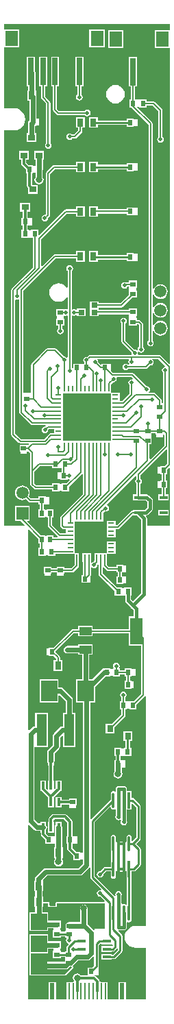
<source format=gtl>
%FSLAX25Y25*%
%MOIN*%
G70*
G01*
G75*
G04 Layer_Physical_Order=1*
G04 Layer_Color=255*
%ADD10R,0.00984X0.03150*%
%ADD11R,0.03150X0.00984*%
%ADD12R,0.17716X0.17716*%
%ADD13R,0.07874X0.07874*%
%ADD14R,0.02362X0.02756*%
%ADD15R,0.02756X0.02362*%
%ADD16R,0.03150X0.03937*%
%ADD17R,0.02559X0.02165*%
%ADD18R,0.02165X0.02559*%
%ADD19R,0.03543X0.03150*%
%ADD20R,0.03543X0.03150*%
%ADD21R,0.01575X0.03937*%
%ADD22O,0.01181X0.07874*%
%ADD23R,0.01181X0.07874*%
%ADD24R,0.03937X0.01575*%
%ADD25R,0.02362X0.07874*%
%ADD26R,0.01063X0.07874*%
%ADD27R,0.05906X0.12992*%
%ADD28R,0.05906X0.03937*%
%ADD29R,0.03150X0.02559*%
%ADD30R,0.05118X0.15748*%
%ADD31C,0.05906*%
%ADD32R,0.03150X0.03543*%
%ADD33R,0.03150X0.03543*%
%ADD34R,0.06299X0.07480*%
%ADD35R,0.02756X0.13386*%
%ADD36R,0.07874X0.10000*%
%ADD37R,0.11417X0.11417*%
%ADD38C,0.00787*%
%ADD39C,0.01575*%
%ADD40C,0.02362*%
%ADD41C,0.01000*%
%ADD42C,0.01181*%
%ADD43R,0.05906X0.05906*%
%ADD44C,0.01969*%
%ADD45C,0.03150*%
%ADD46C,0.02756*%
G36*
X24313Y-216988D02*
X27856D01*
Y-216770D01*
X28994D01*
Y-218800D01*
X28325D01*
Y-219020D01*
X27129D01*
Y-222320D01*
X28325D01*
Y-222540D01*
X31671D01*
Y-222492D01*
X32058Y-222175D01*
X32559Y-222275D01*
X32749Y-222237D01*
X32985Y-222678D01*
X31358Y-224305D01*
X29037D01*
Y-224523D01*
X27856D01*
Y-224305D01*
X24313D01*
Y-225270D01*
X16623D01*
X15807Y-224454D01*
Y-218565D01*
X18348Y-216023D01*
X24313D01*
Y-216988D01*
D02*
G37*
G36*
X74740Y-200613D02*
X74960D01*
Y-201808D01*
X78260D01*
Y-200613D01*
X78480Y-200613D01*
D01*
D01*
Y-200613D01*
X78564D01*
X78918Y-200967D01*
Y-205805D01*
X72253Y-212470D01*
X71791Y-212278D01*
Y-205384D01*
X72789D01*
Y-201841D01*
X72570D01*
Y-200659D01*
X72789D01*
Y-199953D01*
X74740D01*
Y-200613D01*
D02*
G37*
G36*
X80296Y-207919D02*
Y-214745D01*
X79021Y-216020D01*
X76897D01*
Y-216240D01*
X75702D01*
Y-219540D01*
X76897D01*
Y-219760D01*
X77559D01*
Y-222965D01*
X76895D01*
Y-223185D01*
X75700D01*
Y-226485D01*
X76895D01*
Y-226705D01*
X77559D01*
Y-229702D01*
X76003D01*
Y-232458D01*
X81121D01*
Y-229702D01*
X79566D01*
Y-226705D01*
X80242D01*
Y-222965D01*
X79566D01*
Y-219760D01*
X80243D01*
Y-217636D01*
X81212Y-216668D01*
X81674Y-216859D01*
Y-245060D01*
X70866D01*
X70499Y-244759D01*
Y-241297D01*
X70393Y-240759D01*
X70088Y-240304D01*
X69859Y-240075D01*
X69904Y-239965D01*
X70442Y-239858D01*
X70898Y-239554D01*
X73001Y-237450D01*
X73306Y-236994D01*
X73413Y-236457D01*
X73413Y-236457D01*
X73413Y-236457D01*
Y-236457D01*
Y-232711D01*
X73306Y-232173D01*
X73001Y-231717D01*
X71370Y-230086D01*
X70915Y-229782D01*
X70377Y-229675D01*
X67361D01*
Y-224531D01*
X67493Y-224443D01*
X67841Y-223921D01*
X67963Y-223307D01*
X67841Y-222693D01*
X67493Y-222172D01*
X67361Y-222084D01*
Y-220200D01*
X79834Y-207727D01*
X80296Y-207919D01*
D02*
G37*
G36*
X65354Y-220814D02*
Y-222084D01*
X65222Y-222172D01*
X64874Y-222693D01*
X64752Y-223307D01*
X64874Y-223921D01*
X65222Y-224443D01*
X65354Y-224531D01*
Y-229702D01*
X63799D01*
Y-232458D01*
X66222D01*
X66358Y-232485D01*
X69795D01*
X70603Y-233293D01*
Y-235875D01*
X69323Y-237155D01*
X66358D01*
X66222Y-237182D01*
X63799D01*
Y-237557D01*
X63448D01*
X63064Y-237633D01*
X62956Y-237705D01*
X62738Y-237851D01*
X55954Y-244635D01*
X55158D01*
Y-242588D01*
X50827D01*
Y-244753D01*
Y-246721D01*
Y-248690D01*
Y-250658D01*
X55158D01*
Y-248690D01*
Y-246721D01*
Y-246642D01*
X56369D01*
X56753Y-246566D01*
X57079Y-246348D01*
X63580Y-239847D01*
X63799Y-239938D01*
Y-239938D01*
X63799Y-239938D01*
X65749D01*
X67690Y-241879D01*
Y-277648D01*
X63682Y-281656D01*
X62647Y-280621D01*
Y-278969D01*
X63014D01*
Y-275031D01*
X59471D01*
Y-275250D01*
X58289D01*
Y-275031D01*
X55968D01*
X49075Y-268138D01*
Y-265366D01*
X49537Y-265174D01*
X50882Y-266520D01*
X51208Y-266737D01*
X51592Y-266813D01*
X55686D01*
Y-267680D01*
X56356D01*
Y-269420D01*
X55686D01*
Y-273160D01*
X59033D01*
Y-272940D01*
X60228D01*
Y-269640D01*
X59033D01*
Y-269420D01*
X58363D01*
Y-267680D01*
X59033D01*
Y-267460D01*
X60228D01*
Y-264160D01*
X59033D01*
Y-263940D01*
X55686D01*
Y-264807D01*
X52007D01*
X51043Y-263843D01*
Y-262568D01*
X51122D01*
Y-258532D01*
X55158D01*
Y-256564D01*
Y-254595D01*
Y-252430D01*
X50827D01*
Y-254595D01*
Y-256564D01*
Y-258237D01*
X45020D01*
Y-261319D01*
X44803Y-262410D01*
X44189Y-262532D01*
X43668Y-262880D01*
X43648Y-262910D01*
X43169Y-262765D01*
Y-262568D01*
X43248D01*
Y-258237D01*
X39115D01*
Y-262568D01*
X39196D01*
Y-267150D01*
X39186Y-267200D01*
Y-268940D01*
X38517D01*
Y-272680D01*
X41863D01*
Y-272460D01*
X43058D01*
Y-269270D01*
X43093Y-269218D01*
X43169Y-268834D01*
Y-265266D01*
X43648Y-265121D01*
X43668Y-265151D01*
X44189Y-265499D01*
X44803Y-265621D01*
X45418Y-265499D01*
X45939Y-265151D01*
X46287Y-264630D01*
X46409Y-264016D01*
D01*
X46606Y-263632D01*
X47068Y-263824D01*
Y-268553D01*
X47068Y-268553D01*
X47068D01*
X47144Y-268937D01*
X47362Y-269263D01*
X54746Y-276648D01*
Y-278969D01*
X58289D01*
Y-278750D01*
X59471D01*
Y-278969D01*
X59837D01*
Y-281203D01*
X59837Y-281203D01*
X59837D01*
X59944Y-281740D01*
X60249Y-282196D01*
X62171Y-284119D01*
X62199Y-284257D01*
X62547Y-284778D01*
X63068Y-285126D01*
X63206Y-285154D01*
X63937Y-285884D01*
Y-288993D01*
X61798D01*
Y-295076D01*
X44082D01*
Y-293521D01*
X36995D01*
Y-295076D01*
X34626D01*
X34242Y-295153D01*
X34134Y-295225D01*
X33917Y-295370D01*
X24891Y-304396D01*
X22767D01*
Y-304616D01*
X21572D01*
Y-307916D01*
X22767D01*
Y-308136D01*
X24891D01*
X26203Y-309448D01*
Y-310307D01*
X25041D01*
Y-315425D01*
X29372D01*
Y-310307D01*
X28210D01*
Y-309032D01*
X28133Y-308648D01*
X27916Y-308323D01*
X26113Y-306520D01*
Y-306012D01*
X35042Y-297083D01*
X36995D01*
Y-298639D01*
X44082D01*
Y-297083D01*
X61798D01*
Y-303167D01*
X67737D01*
Y-326656D01*
X64231Y-330161D01*
X61911D01*
Y-330380D01*
X60729D01*
Y-330161D01*
X59961D01*
Y-328401D01*
X60112Y-328301D01*
X60460Y-327780D01*
X60582Y-327165D01*
X60460Y-326551D01*
X60112Y-326030D01*
X59591Y-325682D01*
X58976Y-325560D01*
X58362Y-325682D01*
X57841Y-326030D01*
X57493Y-326551D01*
X57371Y-327165D01*
X57493Y-327780D01*
X57841Y-328301D01*
X57954Y-328376D01*
Y-330161D01*
X57186D01*
Y-334099D01*
X57954D01*
Y-336706D01*
X53473Y-341188D01*
X50365D01*
Y-345912D01*
X54695D01*
Y-342804D01*
X59667Y-337832D01*
X59885Y-337506D01*
X59898Y-337442D01*
X59961Y-337122D01*
Y-334099D01*
X60729D01*
Y-333880D01*
X61911D01*
Y-334099D01*
X65454D01*
Y-331778D01*
X69401Y-327831D01*
X69723Y-327964D01*
X69863Y-328058D01*
Y-439548D01*
X64961D01*
Y-439521D01*
X63573Y-439704D01*
X62280Y-440239D01*
X61170Y-441091D01*
X60318Y-442202D01*
X59782Y-443495D01*
X59600Y-444882D01*
X59782Y-446270D01*
X60318Y-447563D01*
X61170Y-448673D01*
X62280Y-449525D01*
X63573Y-450060D01*
X64961Y-450243D01*
Y-450216D01*
X69863D01*
Y-475375D01*
X60210D01*
Y-466812D01*
X56666D01*
Y-475375D01*
X51410D01*
Y-466812D01*
X48673D01*
X47556Y-466589D01*
X47464Y-466128D01*
X47203Y-465737D01*
X47203Y-465737D01*
X45496Y-464030D01*
X45105Y-463769D01*
X45105Y-463769D01*
X45105D01*
Y-463743D01*
X45110Y-463698D01*
D01*
X45110D01*
X45110Y-463480D01*
X46900D01*
Y-459980D01*
X46900Y-459980D01*
X46900D01*
X46792Y-459778D01*
X46797Y-459772D01*
X46893Y-459627D01*
X46978Y-459202D01*
X46978Y-459202D01*
X46978Y-459202D01*
Y-459202D01*
Y-448807D01*
X47633Y-448152D01*
X48363D01*
Y-448418D01*
X53481D01*
Y-448418D01*
X53613D01*
X53967Y-448771D01*
Y-449049D01*
X53613Y-449402D01*
X53481D01*
Y-449402D01*
X48363D01*
Y-452158D01*
X53481D01*
Y-451892D01*
X54023D01*
X54023Y-451892D01*
X54449Y-451807D01*
X54809Y-451566D01*
X55865Y-450511D01*
X56154Y-450704D01*
X56203Y-451201D01*
X53996Y-453408D01*
X53481D01*
Y-453142D01*
X48363D01*
Y-455898D01*
X53481D01*
Y-455632D01*
X54456D01*
X54456Y-455632D01*
X54882Y-455547D01*
X55243Y-455306D01*
X58227Y-452322D01*
X58227Y-452322D01*
X58468Y-451961D01*
X58468Y-451961D01*
X58468Y-451961D01*
X58553Y-451535D01*
X58553Y-451535D01*
Y-444488D01*
X58553Y-444488D01*
X58468Y-444063D01*
X58227Y-443702D01*
X56600Y-442075D01*
X56695Y-441602D01*
X59254D01*
X59791Y-441495D01*
X60247Y-441190D01*
X60552Y-440734D01*
X60659Y-440197D01*
Y-437742D01*
X61100Y-437506D01*
X61352Y-437675D01*
X61813Y-437766D01*
X62274Y-437675D01*
X62664Y-437414D01*
X62925Y-437023D01*
X63017Y-436562D01*
Y-429869D01*
X62925Y-429408D01*
X62925Y-429407D01*
Y-416483D01*
X62994D01*
Y-413068D01*
X63832D01*
X63832Y-413068D01*
X64257Y-412983D01*
X64618Y-412742D01*
X67164Y-410196D01*
X67405Y-409835D01*
X67490Y-409410D01*
X67490Y-409410D01*
X67490Y-409410D01*
Y-409409D01*
Y-402402D01*
X67490Y-402402D01*
X67405Y-401976D01*
X67164Y-401615D01*
X65224Y-399676D01*
X67125Y-397775D01*
X67366Y-397415D01*
X67450Y-396989D01*
X67450Y-396989D01*
X67450Y-396989D01*
Y-396989D01*
Y-381299D01*
X67450Y-381299D01*
X67366Y-380874D01*
X67125Y-380513D01*
X64241Y-377630D01*
X63881Y-377389D01*
X63455Y-377304D01*
X63455Y-377304D01*
X62994D01*
Y-373888D01*
X60659D01*
Y-372876D01*
X60552Y-372338D01*
X60247Y-371882D01*
X59791Y-371578D01*
X59254Y-371471D01*
X56695D01*
X56157Y-371578D01*
X55701Y-371882D01*
X55397Y-372338D01*
X55290Y-372876D01*
Y-373890D01*
X54849Y-374125D01*
X54596Y-373957D01*
X54136Y-373865D01*
X53675Y-373957D01*
X53284Y-374218D01*
X53023Y-374608D01*
X52931Y-375069D01*
Y-378048D01*
X43321Y-387658D01*
X42859Y-387467D01*
Y-330861D01*
X45188D01*
Y-323297D01*
X50206Y-318279D01*
X52649D01*
Y-318060D01*
X53831D01*
Y-318279D01*
X57374D01*
Y-317314D01*
X59488D01*
Y-318279D01*
X60256D01*
Y-320370D01*
X59587D01*
Y-324110D01*
X62933D01*
Y-323890D01*
X64128D01*
Y-320590D01*
X62933D01*
Y-320370D01*
X62263D01*
Y-318279D01*
X63031D01*
Y-318060D01*
X64822D01*
Y-314560D01*
X63031D01*
Y-314341D01*
X59488D01*
Y-315306D01*
X57374D01*
Y-314341D01*
X57192D01*
X56956Y-313900D01*
X57074Y-313725D01*
X57196Y-313110D01*
X57074Y-312496D01*
X56726Y-311975D01*
X56205Y-311627D01*
X55590Y-311505D01*
X54976Y-311627D01*
X54455Y-311975D01*
X54107Y-312496D01*
X53985Y-313110D01*
X54107Y-313725D01*
X54225Y-313900D01*
X53989Y-314341D01*
X53831D01*
Y-314560D01*
X52649D01*
Y-314341D01*
X49106D01*
Y-314606D01*
X48929Y-314641D01*
X48343Y-315033D01*
X43696Y-319679D01*
X42466D01*
Y-307694D01*
X44082D01*
Y-302576D01*
X36995D01*
Y-303329D01*
X31833D01*
X31142Y-303466D01*
X30556Y-303858D01*
X30534Y-303880D01*
X30142Y-304466D01*
X30005Y-305157D01*
X30142Y-305849D01*
X30534Y-306435D01*
X31120Y-306826D01*
X31811Y-306964D01*
X31923Y-306942D01*
X36995D01*
Y-307694D01*
X38854D01*
Y-319679D01*
X36132D01*
Y-330861D01*
X39246D01*
Y-403750D01*
X38100D01*
Y-403532D01*
X36062D01*
X34212Y-401681D01*
Y-399698D01*
X34780D01*
Y-399480D01*
X36570D01*
Y-395980D01*
X34780D01*
Y-395761D01*
X34212D01*
Y-388795D01*
X34212Y-388795D01*
X34120Y-388334D01*
X33859Y-387944D01*
X33859Y-387944D01*
X31442Y-385526D01*
X31051Y-385265D01*
X30591Y-385174D01*
X30591Y-385174D01*
X25001D01*
X24540Y-385265D01*
X24384Y-385370D01*
X24149Y-385526D01*
X24149Y-385526D01*
X22929Y-386747D01*
X22667Y-387138D01*
X22576Y-387599D01*
X22576Y-387599D01*
Y-388983D01*
X22402D01*
Y-394101D01*
X25158D01*
Y-388983D01*
X24984D01*
Y-388098D01*
X25500Y-387582D01*
X30092D01*
X31804Y-389294D01*
Y-395761D01*
X31236D01*
Y-399698D01*
X31804D01*
Y-402180D01*
X31804Y-402180D01*
X31895Y-402641D01*
X32156Y-403031D01*
X34556Y-405431D01*
Y-407469D01*
X38100D01*
Y-407250D01*
X39246D01*
Y-409302D01*
X37126Y-411422D01*
X21181D01*
X20490Y-411559D01*
X19904Y-411951D01*
X16506Y-415349D01*
X16115Y-415935D01*
X15977Y-416626D01*
Y-417571D01*
X15618D01*
Y-422689D01*
X16057D01*
Y-425181D01*
X15698D01*
Y-430299D01*
X16084D01*
Y-432932D01*
X13362D01*
Y-441988D01*
X22418D01*
Y-440586D01*
X24850D01*
Y-441733D01*
X24632D01*
Y-445276D01*
X28569D01*
Y-444616D01*
X30780D01*
Y-445144D01*
X31209D01*
X31445Y-445584D01*
X31194Y-445960D01*
X31071Y-446575D01*
X31194Y-447189D01*
X31542Y-447710D01*
X32063Y-448058D01*
X32067Y-448059D01*
X32213Y-448538D01*
X31646Y-449104D01*
X31405Y-449465D01*
X31321Y-449890D01*
X31321Y-449890D01*
Y-451847D01*
X30580D01*
Y-452390D01*
X28569D01*
Y-451731D01*
X28350D01*
Y-450549D01*
X28569D01*
Y-447006D01*
X26761D01*
X26598Y-446974D01*
X22418D01*
Y-443720D01*
X13362D01*
Y-452775D01*
X13374D01*
Y-454507D01*
X13362D01*
Y-462883D01*
X13337Y-462944D01*
X13362Y-463005D01*
Y-463562D01*
X13747D01*
X14104Y-463710D01*
X30591D01*
X31043Y-463523D01*
X34494Y-460071D01*
X34554Y-459926D01*
X34654Y-459805D01*
X34644Y-459709D01*
X34681Y-459619D01*
X34621Y-459474D01*
X34606Y-459318D01*
X34389Y-458913D01*
X34658Y-458734D01*
X37066Y-456326D01*
X41582D01*
X42274Y-456189D01*
X42860Y-455797D01*
X44292Y-454365D01*
X44754Y-454556D01*
Y-458741D01*
X43734Y-459761D01*
X41566D01*
Y-463678D01*
X38360D01*
X38122Y-463321D01*
X37406Y-462842D01*
X36561Y-462674D01*
X35716Y-462842D01*
X35000Y-463321D01*
X34521Y-464037D01*
X34353Y-464882D01*
X34521Y-465727D01*
X34952Y-466371D01*
X34716Y-466812D01*
X31450D01*
Y-475375D01*
X26194D01*
Y-466812D01*
X22650D01*
Y-475375D01*
X12815D01*
Y-390721D01*
X13276Y-390530D01*
X15566Y-392820D01*
X15566Y-392820D01*
X15566D01*
X15566Y-392820D01*
X15566D01*
X15566Y-392820D01*
Y-392820D01*
Y-392820D01*
D01*
D01*
X15566D01*
Y-392820D01*
X16152Y-393211D01*
X16844Y-393349D01*
X18662D01*
Y-394101D01*
X18836D01*
Y-394992D01*
X18836Y-394992D01*
X18927Y-395453D01*
X19188Y-395844D01*
X20996Y-397651D01*
Y-399689D01*
X24539D01*
Y-399470D01*
X25674D01*
Y-401371D01*
X25311D01*
Y-406489D01*
X25674D01*
Y-407192D01*
X25441Y-407541D01*
X25273Y-408386D01*
X25441Y-409231D01*
X25919Y-409947D01*
X26635Y-410426D01*
X27480Y-410594D01*
X28325Y-410426D01*
X29041Y-409947D01*
X29520Y-409231D01*
X29688Y-408386D01*
X29520Y-407541D01*
X29287Y-407192D01*
Y-406489D01*
X29642D01*
Y-401371D01*
X29287D01*
Y-391582D01*
X29149Y-390891D01*
X28898Y-390515D01*
Y-388983D01*
X26142D01*
Y-390396D01*
X25811Y-390891D01*
X25674Y-391582D01*
Y-395970D01*
X24539D01*
Y-395752D01*
X22502D01*
X21244Y-394493D01*
Y-394101D01*
X21418D01*
Y-392669D01*
X21709Y-392234D01*
X21846Y-391542D01*
X21709Y-390851D01*
X21418Y-390416D01*
Y-388983D01*
X18662D01*
Y-389736D01*
X17592D01*
X15783Y-387927D01*
Y-352688D01*
X16109D01*
Y-352688D01*
X22408D01*
Y-335758D01*
X16109D01*
Y-342417D01*
X15946D01*
X15255Y-342554D01*
X14669Y-342946D01*
X13276Y-344338D01*
X12815Y-344147D01*
Y-247034D01*
X13276Y-246842D01*
X17730Y-251296D01*
Y-253420D01*
X18394D01*
Y-255471D01*
X17626D01*
Y-259408D01*
X21170D01*
Y-259190D01*
X22351D01*
Y-259408D01*
X25894D01*
Y-258443D01*
X31142D01*
Y-258532D01*
X35178D01*
Y-262568D01*
X35257D01*
Y-263954D01*
X33705Y-265506D01*
X30290D01*
Y-264857D01*
X26550D01*
Y-265506D01*
X24030D01*
Y-264837D01*
X20290D01*
Y-268183D01*
X20510D01*
Y-269378D01*
X23810D01*
Y-268183D01*
X24030D01*
Y-267513D01*
X26550D01*
Y-268203D01*
X26770D01*
Y-269398D01*
X30070D01*
Y-268203D01*
X30290D01*
Y-267513D01*
X34120D01*
X34504Y-267437D01*
X34830Y-267219D01*
X36970Y-265079D01*
X37187Y-264754D01*
X37264Y-264370D01*
X37264Y-264370D01*
X37264Y-264370D01*
Y-264370D01*
Y-262568D01*
X37343D01*
Y-258237D01*
X35473D01*
Y-256564D01*
Y-254595D01*
Y-252627D01*
Y-250658D01*
Y-248690D01*
Y-246721D01*
Y-244753D01*
Y-242883D01*
X49154D01*
Y-238643D01*
X49858Y-237940D01*
X49858Y-237940D01*
X50472Y-238062D01*
X51087Y-237940D01*
X51608Y-237592D01*
X51956Y-237071D01*
X52078Y-236456D01*
X51956Y-235842D01*
X51608Y-235321D01*
X51087Y-234973D01*
X50960Y-234555D01*
X64892Y-220622D01*
X65354Y-220814D01*
D02*
G37*
G36*
X79430Y-167148D02*
X79330Y-167646D01*
X78716Y-167768D01*
X78195Y-168116D01*
X77847Y-168637D01*
X77725Y-169252D01*
X77847Y-169866D01*
X78195Y-170387D01*
X78367Y-170501D01*
Y-185386D01*
X77614D01*
Y-184012D01*
X77550Y-183691D01*
X77537Y-183627D01*
X77320Y-183302D01*
X74528Y-180511D01*
X74203Y-180293D01*
X73819Y-180217D01*
X71604D01*
X71459Y-179738D01*
X71490Y-179718D01*
X71838Y-179197D01*
X71960Y-178583D01*
X71838Y-177968D01*
X71490Y-177447D01*
X70969Y-177099D01*
X70354Y-176977D01*
X70199Y-177008D01*
X63977Y-170786D01*
X63652Y-170569D01*
X63268Y-170492D01*
X53967D01*
X52928Y-169454D01*
Y-166355D01*
X51733D01*
Y-166135D01*
X48386D01*
Y-166314D01*
X47925Y-166505D01*
X46772Y-165352D01*
X46802Y-165197D01*
X46680Y-164582D01*
X46332Y-164061D01*
X46400Y-163838D01*
X61502D01*
X61738Y-164279D01*
X61587Y-164504D01*
X61465Y-165118D01*
X61587Y-165733D01*
X61869Y-166154D01*
X61771Y-166337D01*
X61286Y-166458D01*
X60772Y-166115D01*
X60158Y-165993D01*
X59543Y-166115D01*
X59022Y-166463D01*
X58674Y-166984D01*
X58552Y-167598D01*
X58674Y-168213D01*
X59022Y-168734D01*
X59543Y-169082D01*
X60158Y-169204D01*
X60772Y-169082D01*
X61293Y-168734D01*
X61381Y-168602D01*
X69961D01*
X70345Y-168526D01*
X70670Y-168308D01*
X72049Y-166929D01*
X72205Y-166960D01*
X72819Y-166838D01*
X73340Y-166490D01*
X73688Y-165969D01*
X73810Y-165354D01*
X73688Y-164740D01*
X73340Y-164219D01*
X72819Y-163871D01*
X72819Y-163871D01*
X72819D01*
Y-163871D01*
X72822Y-163838D01*
X76120D01*
X79430Y-167148D01*
D02*
G37*
G36*
X8445Y-134999D02*
Y-189764D01*
X8445Y-189764D01*
X8445D01*
X8522Y-190148D01*
X8739Y-190473D01*
X13988Y-195722D01*
X14313Y-195939D01*
X14697Y-196016D01*
X21046D01*
X21237Y-196478D01*
X21237D01*
X20866Y-196662D01*
D01*
X20252Y-196784D01*
X19731Y-197132D01*
X19383Y-197653D01*
X19261Y-198268D01*
X19383Y-198882D01*
X19731Y-199403D01*
X20252Y-199751D01*
X20866Y-199873D01*
X21481Y-199751D01*
X22002Y-199403D01*
X22350Y-198882D01*
X22472Y-198268D01*
X22441Y-198112D01*
X22569Y-197984D01*
X25264D01*
Y-198061D01*
Y-199833D01*
Y-199914D01*
X23728D01*
X23344Y-199991D01*
X23018Y-200208D01*
X20450Y-202776D01*
X9235D01*
X6476Y-200017D01*
Y-135115D01*
X6863Y-134797D01*
X7441Y-134913D01*
X8055Y-134790D01*
X8445Y-134999D01*
D02*
G37*
G36*
X52823Y-182313D02*
Y-184282D01*
Y-186250D01*
Y-188219D01*
Y-190187D01*
Y-192156D01*
Y-194124D01*
Y-196093D01*
Y-198061D01*
Y-200030D01*
Y-201998D01*
Y-203671D01*
X29594D01*
Y-201998D01*
Y-200030D01*
Y-198061D01*
Y-196093D01*
Y-194124D01*
Y-192156D01*
Y-190187D01*
Y-188219D01*
Y-186250D01*
Y-184282D01*
Y-182313D01*
Y-180443D01*
X52823D01*
Y-182313D01*
D02*
G37*
G36*
X63699Y-173346D02*
X63463Y-173787D01*
X63071Y-173709D01*
X62456Y-173831D01*
X61936Y-174180D01*
X61587Y-174700D01*
X61465Y-175315D01*
X61587Y-175929D01*
X61936Y-176450D01*
X62067Y-176538D01*
Y-180707D01*
X58610Y-184164D01*
X57153D01*
Y-184085D01*
Y-182313D01*
Y-180148D01*
X53118D01*
Y-176112D01*
X53118Y-176112D01*
X53118D01*
X53102Y-176073D01*
X54018Y-175157D01*
X54173Y-175188D01*
X54788Y-175066D01*
X55309Y-174718D01*
X55657Y-174197D01*
X55779Y-173583D01*
X55657Y-172968D01*
X55638Y-172941D01*
X55874Y-172500D01*
X62852D01*
X63699Y-173346D01*
D02*
G37*
G36*
X42876Y-411371D02*
Y-415838D01*
X42876Y-415838D01*
X42961Y-416264D01*
X43202Y-416625D01*
X48212Y-421635D01*
X47976Y-422076D01*
X47677Y-422016D01*
X47063Y-422139D01*
X46542Y-422487D01*
X46194Y-423008D01*
X46071Y-423622D01*
X46194Y-424236D01*
X46542Y-424757D01*
X47063Y-425105D01*
X47677Y-425228D01*
X47705Y-425222D01*
X49885Y-427403D01*
X49694Y-427865D01*
X26722D01*
X26270Y-428052D01*
X26083Y-428504D01*
Y-429660D01*
X23030D01*
Y-428504D01*
X22843Y-428052D01*
X22391Y-427865D01*
X20029D01*
Y-425181D01*
X19670D01*
Y-422689D01*
X19949D01*
Y-417571D01*
X19949D01*
X19949Y-417015D01*
X21929Y-415035D01*
X37874D01*
X38565Y-414897D01*
X39151Y-414506D01*
X42329Y-411328D01*
X42398Y-411225D01*
X42876Y-411371D01*
D02*
G37*
G36*
X65227Y-381760D02*
Y-396529D01*
X63479Y-398276D01*
X63017Y-398085D01*
Y-396329D01*
X62925Y-395868D01*
X62664Y-395478D01*
X62274Y-395217D01*
X61813Y-395125D01*
X61352Y-395217D01*
X60961Y-395478D01*
X60700Y-395868D01*
X60609Y-396329D01*
Y-398716D01*
X60130Y-398861D01*
X60105Y-398824D01*
X59715Y-398563D01*
X59254Y-398471D01*
X56695D01*
X56234Y-398563D01*
X55843Y-398824D01*
X55818Y-398861D01*
X55340Y-398716D01*
Y-396329D01*
X55248Y-395868D01*
X54987Y-395478D01*
X54596Y-395217D01*
X54136Y-395125D01*
X53675Y-395217D01*
X53284Y-395478D01*
X53023Y-395868D01*
X52931Y-396329D01*
Y-403022D01*
X53023Y-403483D01*
X53024Y-403484D01*
Y-408148D01*
X53023Y-408148D01*
X52931Y-408609D01*
Y-410844D01*
X50131D01*
X50131Y-410844D01*
X49705Y-410928D01*
X49345Y-411170D01*
X49345Y-411170D01*
X47705Y-412809D01*
X47677Y-412804D01*
X47063Y-412926D01*
X46542Y-413274D01*
X46194Y-413795D01*
X46071Y-414409D01*
X46194Y-415024D01*
X46542Y-415545D01*
X47063Y-415893D01*
X47677Y-416015D01*
X48292Y-415893D01*
X48812Y-415545D01*
X49161Y-415024D01*
X49283Y-414409D01*
X49277Y-414382D01*
X50591Y-413068D01*
X52931D01*
Y-415302D01*
X53023Y-415763D01*
X53284Y-416154D01*
X53675Y-416415D01*
X54136Y-416506D01*
X54596Y-416415D01*
X54987Y-416154D01*
X55248Y-415763D01*
X55340Y-415302D01*
Y-412915D01*
X55818Y-412770D01*
X55843Y-412807D01*
X56234Y-413068D01*
X56695Y-413160D01*
X59254D01*
X59715Y-413068D01*
X60105Y-412807D01*
X60153Y-412736D01*
X60632Y-412881D01*
Y-416483D01*
X60701D01*
Y-429048D01*
X60222Y-429193D01*
X60105Y-429018D01*
X59715Y-428757D01*
X59254Y-428665D01*
X58793Y-428757D01*
X58540Y-428925D01*
X58100Y-428689D01*
Y-424844D01*
X58137Y-424788D01*
X58259Y-424173D01*
X58137Y-423559D01*
X57789Y-423038D01*
X57268Y-422690D01*
X56653Y-422568D01*
X56039Y-422690D01*
X55518Y-423038D01*
X55170Y-423559D01*
X55048Y-424173D01*
X55166Y-424767D01*
X54793Y-424967D01*
X54689D01*
X45100Y-415378D01*
Y-389024D01*
X52462Y-381662D01*
X52940Y-381807D01*
X53023Y-382223D01*
X53284Y-382614D01*
X53675Y-382875D01*
X54136Y-382966D01*
X54596Y-382875D01*
X54847Y-382707D01*
X55288Y-382943D01*
Y-385843D01*
X55209Y-385960D01*
X55087Y-386575D01*
X55209Y-387189D01*
X55558Y-387710D01*
X56078Y-388058D01*
X56693Y-388180D01*
X57307Y-388058D01*
X57408Y-387991D01*
X57849Y-388227D01*
D01*
X57770Y-388439D01*
Y-388439D01*
X57648Y-389053D01*
X57770Y-389668D01*
X58118Y-390189D01*
X58639Y-390537D01*
X59254Y-390659D01*
X59868Y-390537D01*
X60389Y-390189D01*
X60737Y-389668D01*
X60859Y-389053D01*
X60737Y-388439D01*
X60659Y-388321D01*
Y-382943D01*
X62994D01*
Y-380181D01*
X63456Y-379990D01*
X65227Y-381760D01*
D02*
G37*
G36*
X81674Y-3789D02*
X74327D01*
Y-12451D01*
X81674D01*
Y-165900D01*
X81212Y-166092D01*
X77245Y-162125D01*
X76920Y-161907D01*
X76535Y-161831D01*
X66228D01*
X65992Y-161390D01*
X66011Y-161363D01*
X66133Y-160748D01*
X66106Y-160613D01*
X66522Y-160335D01*
X66945Y-160617D01*
X67559Y-160740D01*
X68173Y-160617D01*
X68694Y-160269D01*
X69042Y-159748D01*
X69165Y-159134D01*
X69042Y-158519D01*
X68694Y-157999D01*
X68563Y-157910D01*
Y-146811D01*
X68486Y-146427D01*
X68414Y-146319D01*
X68269Y-146101D01*
X67250Y-145083D01*
X66924Y-144865D01*
X66540Y-144789D01*
X65518D01*
Y-144021D01*
X65300D01*
Y-142840D01*
X65518D01*
Y-139296D01*
X61581D01*
Y-140064D01*
X47025D01*
Y-139604D01*
Y-138737D01*
X58029D01*
X58413Y-138661D01*
X58738Y-138443D01*
X63198Y-133984D01*
X65518D01*
Y-130441D01*
X65300D01*
Y-129259D01*
X65518D01*
Y-125716D01*
X61581D01*
Y-126484D01*
X60128D01*
X60036Y-126503D01*
X59595Y-126415D01*
X58981Y-126537D01*
X58460Y-126885D01*
X58112Y-127406D01*
X57990Y-128021D01*
X58112Y-128635D01*
X58460Y-129156D01*
X58981Y-129504D01*
X59595Y-129626D01*
X60210Y-129504D01*
X60731Y-129156D01*
X61079Y-128635D01*
X61084Y-128610D01*
X61581Y-128658D01*
Y-129259D01*
X61800D01*
Y-130441D01*
X61581D01*
Y-132762D01*
X57613Y-136730D01*
X47025D01*
Y-135863D01*
X42694D01*
Y-139604D01*
Y-142950D01*
X47025D01*
Y-142071D01*
X61581D01*
Y-142840D01*
X61800D01*
Y-144021D01*
X61581D01*
Y-147564D01*
X65518D01*
Y-146796D01*
X66125D01*
X66556Y-147227D01*
Y-157910D01*
X66424Y-157999D01*
X66076Y-158519D01*
X65953Y-159134D01*
X65980Y-159269D01*
X65565Y-159547D01*
X65142Y-159265D01*
X64528Y-159142D01*
X64372Y-159173D01*
X60098Y-154899D01*
Y-146617D01*
X60230Y-146529D01*
X60578Y-146008D01*
X60700Y-145394D01*
X60578Y-144779D01*
X60230Y-144258D01*
X59709Y-143910D01*
X59095Y-143788D01*
X58480Y-143910D01*
X57959Y-144258D01*
X57611Y-144779D01*
X57489Y-145394D01*
X57611Y-146008D01*
X57959Y-146529D01*
X58091Y-146617D01*
Y-155315D01*
X58091Y-155315D01*
X58091D01*
X58167Y-155699D01*
X58385Y-156025D01*
X62953Y-160592D01*
X62922Y-160748D01*
X63044Y-161363D01*
X63063Y-161390D01*
X62827Y-161831D01*
X42559D01*
X42175Y-161907D01*
X41849Y-162125D01*
X41158Y-162817D01*
X41002Y-162786D01*
X40388Y-162908D01*
X39867Y-163256D01*
X39519Y-163777D01*
X39397Y-164392D01*
X39519Y-165006D01*
X39867Y-165527D01*
X39981Y-165603D01*
X39836Y-166082D01*
X39230D01*
Y-166300D01*
X38050D01*
Y-166082D01*
X34506D01*
Y-168047D01*
X34358Y-168146D01*
X33917Y-167911D01*
Y-142829D01*
X34358Y-142593D01*
X34464Y-142665D01*
X35079Y-142787D01*
X35693Y-142665D01*
X35954Y-142490D01*
X36395Y-142726D01*
Y-142950D01*
X40725D01*
Y-139210D01*
X36395D01*
Y-139636D01*
X35954Y-139872D01*
X35693Y-139698D01*
X35079Y-139576D01*
X34464Y-139698D01*
X34358Y-139769D01*
X33917Y-139533D01*
Y-121066D01*
X34049Y-120978D01*
X34397Y-120457D01*
X34519Y-119843D01*
X34397Y-119228D01*
X34049Y-118707D01*
X33528Y-118359D01*
X32913Y-118237D01*
X32299Y-118359D01*
X31778Y-118707D01*
X31430Y-119228D01*
X31308Y-119843D01*
X31430Y-120457D01*
X31778Y-120978D01*
X31910Y-121066D01*
Y-128951D01*
X31436Y-129112D01*
X30788Y-128267D01*
X29842Y-127541D01*
X28741Y-127085D01*
X27559Y-126929D01*
X26377Y-127085D01*
X25276Y-127541D01*
X24330Y-128267D01*
X23604Y-129213D01*
X23148Y-130314D01*
X22992Y-131496D01*
X23148Y-132678D01*
X23604Y-133779D01*
X24330Y-134725D01*
X25276Y-135451D01*
X26377Y-135907D01*
X27559Y-136063D01*
X28741Y-135907D01*
X29842Y-135451D01*
X30788Y-134725D01*
X31436Y-133880D01*
X31910Y-134041D01*
Y-139373D01*
X31523Y-139690D01*
X30945Y-139575D01*
X30606Y-139643D01*
X30318Y-139416D01*
Y-139416D01*
X26381D01*
Y-142959D01*
X26600D01*
Y-144141D01*
X26381D01*
Y-147684D01*
X27343D01*
Y-148973D01*
X27211Y-149062D01*
X26863Y-149582D01*
X26741Y-150197D01*
X26863Y-150811D01*
X27211Y-151332D01*
X27732Y-151680D01*
X28346Y-151803D01*
X28961Y-151680D01*
X29482Y-151332D01*
X29830Y-150811D01*
X29952Y-150197D01*
X29830Y-149582D01*
X29482Y-149062D01*
X29350Y-148973D01*
Y-147684D01*
X30318D01*
Y-144141D01*
X30100D01*
Y-143012D01*
X30165Y-142959D01*
X30318D01*
Y-142959D01*
X30487Y-142695D01*
D01*
X30945Y-142787D01*
X31523Y-142671D01*
X31910Y-142989D01*
Y-162892D01*
X31469Y-163128D01*
X31001Y-162815D01*
X30386Y-162693D01*
X30231Y-162724D01*
X26482Y-158975D01*
X26157Y-158758D01*
X25773Y-158681D01*
X21929D01*
X21609Y-158745D01*
X21545Y-158758D01*
X21219Y-158975D01*
X14441Y-165754D01*
X14223Y-166080D01*
X14146Y-166464D01*
X14146Y-166464D01*
X14146D01*
X14146Y-166464D01*
X14146D01*
Y-180392D01*
X13660D01*
Y-180392D01*
X10452D01*
Y-130612D01*
X26158Y-114906D01*
X35971D01*
Y-116462D01*
X40302D01*
Y-111344D01*
X35971D01*
Y-112899D01*
X25743D01*
X25359Y-112976D01*
X25033Y-113193D01*
X19525Y-118701D01*
X19063Y-118510D01*
Y-105545D01*
X31532Y-93076D01*
X35971D01*
Y-94632D01*
X40302D01*
Y-89514D01*
X35971D01*
Y-91069D01*
X31116D01*
X30732Y-91146D01*
X30624Y-91218D01*
X30406Y-91363D01*
X18128Y-103642D01*
X17666Y-103451D01*
Y-101031D01*
X14123D01*
Y-101250D01*
X12942D01*
Y-101031D01*
X12374D01*
Y-99019D01*
X12942D01*
Y-98800D01*
X14732D01*
Y-95300D01*
X12942D01*
Y-95082D01*
X12374D01*
Y-92077D01*
X13532D01*
Y-87746D01*
X8808D01*
Y-92077D01*
X9966D01*
Y-95082D01*
X9398D01*
Y-99019D01*
X9966D01*
Y-101031D01*
X9398D01*
Y-104969D01*
X12942D01*
Y-104750D01*
X14123D01*
Y-104969D01*
X14891D01*
Y-119438D01*
X4763Y-129566D01*
X4545Y-129892D01*
X4469Y-130276D01*
X4469Y-130276D01*
X4469D01*
X4469Y-130276D01*
X4469D01*
Y-200433D01*
X4469Y-200433D01*
X4469D01*
X4545Y-200817D01*
X4763Y-201143D01*
X8109Y-204489D01*
X8435Y-204707D01*
X8819Y-204783D01*
X12959D01*
X13150Y-205245D01*
X12785Y-205611D01*
X12340Y-205427D01*
Y-205427D01*
X12340Y-205427D01*
X8600D01*
Y-208773D01*
X8820D01*
Y-209968D01*
X12120D01*
Y-208773D01*
X12340Y-208773D01*
D01*
D01*
Y-208773D01*
X12785Y-208589D01*
X13800Y-209604D01*
Y-218150D01*
X13800Y-218150D01*
X13800D01*
Y-224870D01*
X13800Y-224870D01*
X13800D01*
X13876Y-225254D01*
X14094Y-225579D01*
X15497Y-226983D01*
X15823Y-227201D01*
X15887Y-227213D01*
X16207Y-227277D01*
X24313D01*
Y-228242D01*
X27856D01*
Y-228024D01*
X29037D01*
Y-228242D01*
X32581D01*
Y-225921D01*
X38763Y-219738D01*
X39226Y-219929D01*
Y-229533D01*
X28542Y-240216D01*
X28325Y-240541D01*
X28248Y-240925D01*
X28248Y-240925D01*
X28248D01*
X28248Y-240925D01*
X28248D01*
Y-244764D01*
X28248Y-244764D01*
X28248D01*
X28325Y-245148D01*
X28542Y-245473D01*
X29417Y-246348D01*
X29743Y-246566D01*
X30127Y-246642D01*
X31142D01*
Y-246721D01*
Y-248572D01*
X28456D01*
X24344Y-244460D01*
Y-240760D01*
X25014D01*
Y-237020D01*
X21667D01*
Y-237240D01*
X21077D01*
Y-237020D01*
X20407D01*
Y-234629D01*
X21159D01*
Y-234410D01*
X22950D01*
Y-230910D01*
X21159D01*
Y-230692D01*
X17616D01*
Y-231657D01*
X14026D01*
X12948Y-230578D01*
X13272Y-229795D01*
X13394Y-228870D01*
X13272Y-227945D01*
X12915Y-227083D01*
X12347Y-226343D01*
X11607Y-225775D01*
X10745Y-225418D01*
X9820Y-225296D01*
X8895Y-225418D01*
X8033Y-225775D01*
X7293Y-226343D01*
X6725Y-227083D01*
X6368Y-227945D01*
X6246Y-228870D01*
X6368Y-229795D01*
X6725Y-230657D01*
X7293Y-231397D01*
X8033Y-231965D01*
X8895Y-232322D01*
X9820Y-232444D01*
X10745Y-232322D01*
X11528Y-231998D01*
X12900Y-233370D01*
X13226Y-233587D01*
X13610Y-233664D01*
X17616D01*
Y-234629D01*
X18400D01*
Y-237020D01*
X17730D01*
Y-240760D01*
X21077D01*
Y-240540D01*
X21667D01*
Y-240760D01*
X22337D01*
Y-244876D01*
X22337Y-244876D01*
X22337D01*
X22413Y-245260D01*
X22631Y-245585D01*
X27130Y-250084D01*
X26939Y-250547D01*
X25014D01*
Y-249680D01*
X21667D01*
Y-249900D01*
X21077D01*
Y-249680D01*
X18952D01*
X12148Y-242875D01*
X12339Y-242413D01*
X13363D01*
Y-235327D01*
X6277D01*
Y-242413D01*
X8935D01*
X9110Y-242676D01*
X11032Y-244598D01*
X10840Y-245060D01*
X1003D01*
Y-52578D01*
X5906D01*
Y-52605D01*
X7293Y-52422D01*
X8586Y-51887D01*
X9696Y-51035D01*
X10548Y-49924D01*
X11084Y-48632D01*
X11266Y-47244D01*
X11084Y-45857D01*
X10548Y-44564D01*
X9696Y-43453D01*
X8586Y-42601D01*
X7293Y-42066D01*
X5906Y-41883D01*
Y-41910D01*
X1003D01*
Y-12380D01*
X8427D01*
Y-3718D01*
X1003D01*
Y-1003D01*
X81674D01*
Y-3789D01*
D02*
G37*
G36*
X24850Y-451731D02*
X24632D01*
Y-455274D01*
X28569D01*
Y-454614D01*
X30580D01*
Y-455193D01*
X30800D01*
Y-456388D01*
X30800Y-456388D01*
X30800D01*
X30848Y-456504D01*
X30378Y-456974D01*
X17890D01*
X17199Y-457111D01*
X16613Y-457503D01*
X16221Y-458089D01*
X16084Y-458780D01*
X16221Y-459471D01*
X16613Y-460057D01*
X17199Y-460449D01*
X17890Y-460586D01*
X31127D01*
X31818Y-460449D01*
X32404Y-460057D01*
X33198Y-459263D01*
X33381D01*
X33806Y-459178D01*
X34042Y-459619D01*
X30591Y-463071D01*
X14104D01*
X13976Y-462944D01*
X14014Y-462907D01*
Y-452775D01*
X22418D01*
Y-450586D01*
X24850D01*
Y-451731D01*
D02*
G37*
G36*
X50000Y-441024D02*
X44961D01*
Y-441398D01*
X44499Y-441590D01*
X41609Y-438701D01*
Y-431063D01*
X41472Y-430372D01*
X41080Y-429786D01*
X40494Y-429394D01*
X39803Y-429257D01*
X39112Y-429394D01*
X38526Y-429786D01*
X38134Y-430372D01*
X37997Y-431063D01*
Y-437727D01*
X32650D01*
X31959Y-437864D01*
X31373Y-438256D01*
X30981Y-438842D01*
X30844Y-439533D01*
X30981Y-440225D01*
X31104Y-440408D01*
X31000Y-440602D01*
X31000D01*
X31000Y-440602D01*
Y-441797D01*
X30780D01*
Y-442392D01*
X28569D01*
Y-441733D01*
X28350D01*
Y-440552D01*
X28569D01*
Y-437008D01*
X26774D01*
X26600Y-436974D01*
X22418D01*
Y-432932D01*
X19696D01*
Y-430299D01*
X20029D01*
Y-428504D01*
X22391D01*
Y-430299D01*
X26722D01*
Y-428504D01*
X50000D01*
Y-441024D01*
D02*
G37*
%LPC*%
G36*
X81121Y-237182D02*
X76003D01*
Y-239938D01*
X81121D01*
Y-237182D01*
D02*
G37*
G36*
X27471Y-319679D02*
X18416D01*
Y-330861D01*
X27471D01*
Y-327687D01*
X27933Y-327495D01*
X30838Y-330400D01*
Y-335758D01*
X29495D01*
Y-342417D01*
X29341D01*
X28650Y-342554D01*
X28064Y-342946D01*
X25179Y-345830D01*
X24788Y-346416D01*
X24650Y-347107D01*
Y-351497D01*
X22503Y-353644D01*
X22111Y-354230D01*
X21974Y-354922D01*
Y-359158D01*
X22111Y-359849D01*
X22402Y-360284D01*
Y-361717D01*
X22576D01*
Y-368803D01*
X22402D01*
Y-372920D01*
X21940Y-373111D01*
X21418Y-372589D01*
Y-368803D01*
X18662D01*
Y-373921D01*
X19344D01*
X22402Y-376979D01*
Y-381897D01*
X25158D01*
Y-376979D01*
X28216Y-373921D01*
X28898D01*
Y-368803D01*
X26142D01*
Y-372589D01*
X25620Y-373111D01*
X25158Y-372920D01*
Y-368803D01*
X24984D01*
Y-361717D01*
X25158D01*
Y-360284D01*
X25449Y-359849D01*
X25586Y-359158D01*
Y-355670D01*
X27734Y-353522D01*
X28126Y-352936D01*
X28263Y-352245D01*
X28263Y-352245D01*
X28263Y-352245D01*
Y-352245D01*
Y-347856D01*
X29033Y-347086D01*
X29495Y-347277D01*
Y-352688D01*
X35794D01*
Y-335758D01*
X34451D01*
Y-329652D01*
X34313Y-328961D01*
X33922Y-328375D01*
X29539Y-323993D01*
X28953Y-323601D01*
X28262Y-323464D01*
X27471D01*
Y-319679D01*
D02*
G37*
G36*
X28898Y-376779D02*
X26142D01*
Y-381897D01*
X28898D01*
Y-380542D01*
X32570D01*
Y-381016D01*
X32790D01*
Y-382212D01*
X32840Y-382162D01*
X36090D01*
Y-381016D01*
X36310D01*
Y-377670D01*
X32570D01*
Y-378133D01*
X28898D01*
Y-376779D01*
D02*
G37*
G36*
X63357Y-344928D02*
X59026D01*
Y-349652D01*
X59990D01*
Y-353051D01*
X59331D01*
Y-353270D01*
X58149D01*
Y-353051D01*
X54606D01*
Y-356989D01*
X55174D01*
Y-358741D01*
X54696D01*
Y-360231D01*
X54611Y-360660D01*
Y-364436D01*
X54378Y-364785D01*
X54210Y-365630D01*
X54378Y-366475D01*
X54856Y-367191D01*
X55572Y-367670D01*
X56417Y-367838D01*
X57262Y-367670D01*
X57978Y-367191D01*
X58457Y-366475D01*
X58625Y-365630D01*
X58457Y-364785D01*
X58224Y-364436D01*
Y-362679D01*
X58239D01*
Y-362460D01*
X60030D01*
Y-358960D01*
X58239D01*
Y-358741D01*
X57582D01*
Y-356989D01*
X58149D01*
Y-356770D01*
X59331D01*
Y-356989D01*
X62874D01*
Y-353051D01*
X62214D01*
Y-349652D01*
X63357D01*
Y-344928D01*
D02*
G37*
G36*
X27758Y-16744D02*
X23821D01*
Y-31310D01*
X24786D01*
Y-42718D01*
X24786Y-42718D01*
X24786D01*
X24862Y-43102D01*
X25080Y-43428D01*
X26535Y-44883D01*
X26860Y-45100D01*
X27244Y-45177D01*
X40154D01*
X40243Y-45309D01*
X40764Y-45657D01*
X41378Y-45779D01*
X41992Y-45657D01*
X42513Y-45309D01*
X42861Y-44788D01*
X42984Y-44173D01*
X42861Y-43559D01*
X42513Y-43038D01*
X41992Y-42690D01*
X41378Y-42568D01*
X40764Y-42690D01*
X40243Y-43038D01*
X40154Y-43170D01*
X27660D01*
X26793Y-42303D01*
Y-31310D01*
X27758D01*
Y-16744D01*
D02*
G37*
G36*
X46601Y-46274D02*
X42271D01*
Y-51392D01*
X46601D01*
Y-50002D01*
X60576D01*
Y-50858D01*
X64119D01*
Y-50640D01*
X65910D01*
Y-47140D01*
X64119D01*
Y-46922D01*
X60576D01*
Y-47778D01*
X46601D01*
Y-46274D01*
D02*
G37*
G36*
X40302D02*
X35971D01*
Y-51392D01*
X37133D01*
Y-52589D01*
X35017Y-54705D01*
X34137D01*
X34049Y-54573D01*
X33528Y-54225D01*
X32913Y-54103D01*
X32299Y-54225D01*
X31778Y-54573D01*
X31430Y-55094D01*
X31308Y-55709D01*
X31430Y-56323D01*
X31778Y-56844D01*
X32299Y-57192D01*
X32913Y-57314D01*
X33528Y-57192D01*
X34049Y-56844D01*
X34137Y-56712D01*
X35433D01*
X35817Y-56636D01*
X36143Y-56418D01*
X38846Y-53715D01*
X39064Y-53389D01*
X39140Y-53005D01*
X39140Y-53005D01*
X39140Y-53005D01*
Y-53005D01*
Y-51392D01*
X40302D01*
Y-46274D01*
D02*
G37*
G36*
X55118Y-30473D02*
X53936Y-30628D01*
X52835Y-31085D01*
X51889Y-31810D01*
X51163Y-32756D01*
X50707Y-33858D01*
X50551Y-35039D01*
X50707Y-36221D01*
X51163Y-37323D01*
X51889Y-38269D01*
X52835Y-38994D01*
X53936Y-39450D01*
X55118Y-39606D01*
X56300Y-39450D01*
X57402Y-38994D01*
X58347Y-38269D01*
X59073Y-37323D01*
X59529Y-36221D01*
X59685Y-35039D01*
X59529Y-33858D01*
X59073Y-32756D01*
X58347Y-31810D01*
X57402Y-31085D01*
X56300Y-30628D01*
X55118Y-30473D01*
D02*
G37*
G36*
X49923Y-3718D02*
X42443D01*
Y-12380D01*
X49923D01*
Y-3718D01*
D02*
G37*
G36*
X59012Y-3789D02*
X51531D01*
Y-12451D01*
X59012D01*
Y-3789D01*
D02*
G37*
G36*
X39569Y-16744D02*
X35632D01*
Y-31310D01*
X36597D01*
Y-35271D01*
X36465Y-35359D01*
X36117Y-35880D01*
X35995Y-36494D01*
X36117Y-37109D01*
X36465Y-37630D01*
X36986Y-37978D01*
X37600Y-38100D01*
X38215Y-37978D01*
X38736Y-37630D01*
X39084Y-37109D01*
X39206Y-36494D01*
X39084Y-35880D01*
X38736Y-35359D01*
X38604Y-35271D01*
Y-31310D01*
X39569D01*
Y-16744D01*
D02*
G37*
G36*
X15947D02*
X12010D01*
Y-31310D01*
X12550D01*
Y-33071D01*
X12191D01*
Y-38189D01*
X13203D01*
Y-47812D01*
X13033Y-47982D01*
X12641Y-48568D01*
X12504Y-49260D01*
Y-53985D01*
X11948D01*
Y-58315D01*
X16672D01*
Y-53985D01*
X16116D01*
Y-50430D01*
X16683D01*
Y-50210D01*
X17878D01*
Y-46910D01*
X16816D01*
Y-36283D01*
X16679Y-35592D01*
X16522Y-35357D01*
Y-33071D01*
X16163D01*
Y-24405D01*
X16025Y-23714D01*
X15947Y-23596D01*
Y-16744D01*
D02*
G37*
G36*
X40292Y-67864D02*
X35961D01*
Y-69419D01*
X25443D01*
X25059Y-69496D01*
X24734Y-69713D01*
X21653Y-72794D01*
X21435Y-73120D01*
X21359Y-73504D01*
Y-93325D01*
X20955Y-93728D01*
X20800Y-93697D01*
X20185Y-93819D01*
X19664Y-94167D01*
X19316Y-94688D01*
X19194Y-95303D01*
X19316Y-95917D01*
X19664Y-96438D01*
X20185Y-96786D01*
X20800Y-96908D01*
X21414Y-96786D01*
X21935Y-96438D01*
X22283Y-95917D01*
X22405Y-95303D01*
X22374Y-95147D01*
X23072Y-94450D01*
X23289Y-94124D01*
X23302Y-94060D01*
X23366Y-93740D01*
Y-73920D01*
X25859Y-71426D01*
X35961D01*
Y-72982D01*
X40292D01*
Y-67864D01*
D02*
G37*
G36*
X46601Y-89514D02*
X42271D01*
Y-94632D01*
X46601D01*
Y-93073D01*
X60576D01*
Y-94038D01*
X64119D01*
Y-93820D01*
X65910D01*
Y-90320D01*
X64119D01*
Y-90101D01*
X60576D01*
Y-91066D01*
X46601D01*
Y-89514D01*
D02*
G37*
G36*
Y-111344D02*
X42271D01*
Y-116462D01*
X46601D01*
Y-115452D01*
X60576D01*
Y-116308D01*
X64119D01*
Y-116090D01*
X65910D01*
Y-112590D01*
X64119D01*
Y-112372D01*
X60576D01*
Y-113228D01*
X46601D01*
Y-111344D01*
D02*
G37*
G36*
X46591Y-67864D02*
X42261D01*
Y-72982D01*
X46591D01*
Y-71572D01*
X60576D01*
Y-72429D01*
X64119D01*
Y-72210D01*
X65910D01*
Y-68710D01*
X64119D01*
Y-68492D01*
X60576D01*
Y-69348D01*
X46591D01*
Y-67864D01*
D02*
G37*
G36*
X65705Y-16815D02*
X61768D01*
Y-31381D01*
X62764D01*
Y-37481D01*
X61996D01*
Y-41418D01*
X62935D01*
X63058Y-41603D01*
X71201Y-49746D01*
Y-154879D01*
X71069Y-154967D01*
X70721Y-155488D01*
X70599Y-156102D01*
X70721Y-156717D01*
X71069Y-157238D01*
X71590Y-157586D01*
X72205Y-157708D01*
X72819Y-157586D01*
X73340Y-157238D01*
X73688Y-156717D01*
X73810Y-156102D01*
X73688Y-155488D01*
X73340Y-154967D01*
X73208Y-154879D01*
Y-150144D01*
X73699Y-150047D01*
X73935Y-150617D01*
X74503Y-151357D01*
X75243Y-151925D01*
X76105Y-152282D01*
X77030Y-152404D01*
X77955Y-152282D01*
X78817Y-151925D01*
X79557Y-151357D01*
X80125Y-150617D01*
X80482Y-149755D01*
X80604Y-148830D01*
X80482Y-147905D01*
X80125Y-147043D01*
X79557Y-146303D01*
X78817Y-145735D01*
X77955Y-145378D01*
X77030Y-145256D01*
X76105Y-145378D01*
X75243Y-145735D01*
X74503Y-146303D01*
X73935Y-147043D01*
X73699Y-147614D01*
X73208Y-147516D01*
Y-141434D01*
X73699Y-141337D01*
X73935Y-141907D01*
X74503Y-142647D01*
X75243Y-143215D01*
X76105Y-143572D01*
X77030Y-143694D01*
X77955Y-143572D01*
X78817Y-143215D01*
X79557Y-142647D01*
X80125Y-141907D01*
X80482Y-141045D01*
X80604Y-140120D01*
X80482Y-139195D01*
X80125Y-138333D01*
X79557Y-137593D01*
X78817Y-137025D01*
X77955Y-136668D01*
X77030Y-136546D01*
X76105Y-136668D01*
X75243Y-137025D01*
X74503Y-137593D01*
X73935Y-138333D01*
X73699Y-138903D01*
X73208Y-138806D01*
Y-132384D01*
X73699Y-132287D01*
X73935Y-132857D01*
X74503Y-133597D01*
X75243Y-134165D01*
X76105Y-134522D01*
X77030Y-134644D01*
X77955Y-134522D01*
X78817Y-134165D01*
X79557Y-133597D01*
X80125Y-132857D01*
X80482Y-131995D01*
X80604Y-131070D01*
X80482Y-130145D01*
X80125Y-129283D01*
X79557Y-128543D01*
X78817Y-127975D01*
X77955Y-127618D01*
X77030Y-127496D01*
X76105Y-127618D01*
X75243Y-127975D01*
X74503Y-128543D01*
X73935Y-129283D01*
X73699Y-129853D01*
X73208Y-129756D01*
Y-49331D01*
X73132Y-48947D01*
X72914Y-48621D01*
X65539Y-41246D01*
Y-41200D01*
X66721D01*
Y-41418D01*
X70264D01*
Y-40453D01*
X73291D01*
X76026Y-43189D01*
Y-55806D01*
X75895Y-55895D01*
X75547Y-56415D01*
X75424Y-57030D01*
X75547Y-57644D01*
X75895Y-58165D01*
X76415Y-58513D01*
X77030Y-58636D01*
X77644Y-58513D01*
X78165Y-58165D01*
X78513Y-57644D01*
X78636Y-57030D01*
X78513Y-56415D01*
X78165Y-55895D01*
X78034Y-55806D01*
Y-42773D01*
X77957Y-42389D01*
X77740Y-42064D01*
X74417Y-38740D01*
X74091Y-38523D01*
X73707Y-38447D01*
X70264D01*
Y-37481D01*
X66721D01*
Y-37700D01*
X65539D01*
Y-37481D01*
X64771D01*
Y-31381D01*
X65705D01*
Y-16815D01*
D02*
G37*
G36*
X21852Y-16744D02*
X17915D01*
Y-31310D01*
X18880D01*
Y-36537D01*
X18880Y-36537D01*
X18880D01*
X18957Y-36921D01*
X19174Y-37247D01*
X21477Y-39549D01*
Y-58776D01*
X21345Y-58865D01*
X20997Y-59386D01*
X20875Y-60000D01*
X20997Y-60615D01*
X21345Y-61135D01*
X21866Y-61483D01*
X22480Y-61606D01*
X23095Y-61483D01*
X23616Y-61135D01*
X23964Y-60615D01*
X24086Y-60000D01*
X23964Y-59386D01*
X23616Y-58865D01*
X23484Y-58776D01*
Y-39134D01*
X23407Y-38750D01*
X23190Y-38424D01*
X20887Y-36122D01*
Y-31310D01*
X21852D01*
Y-16744D01*
D02*
G37*
G36*
X20412Y-62646D02*
X15688D01*
Y-66977D01*
X16236D01*
Y-69900D01*
X15089D01*
Y-69682D01*
X13052D01*
X11774Y-68403D01*
Y-66977D01*
X12932D01*
Y-62646D01*
X8208D01*
Y-66977D01*
X9366D01*
Y-68902D01*
X9366Y-68902D01*
X9457Y-69363D01*
X9718Y-69754D01*
X11546Y-71581D01*
Y-73619D01*
X12114D01*
Y-79658D01*
X12113Y-79658D01*
X12205Y-80119D01*
X12466Y-80509D01*
X12548Y-80591D01*
Y-83415D01*
X17272D01*
Y-79085D01*
X14522D01*
Y-73619D01*
X15089D01*
Y-73400D01*
X16186D01*
Y-75420D01*
X15952Y-75769D01*
X15784Y-76614D01*
X15952Y-77459D01*
X16431Y-78175D01*
X17147Y-78654D01*
X17992Y-78822D01*
X18837Y-78654D01*
X19553Y-78175D01*
X20032Y-77459D01*
X20200Y-76614D01*
X20032Y-75769D01*
X19798Y-75420D01*
Y-73619D01*
X19814D01*
Y-71825D01*
X19849Y-71650D01*
Y-66977D01*
X20412D01*
Y-62646D01*
D02*
G37*
%LPD*%
D10*
X36287Y-178278D02*
D03*
X52035D02*
D03*
X50067D02*
D03*
X48098D02*
D03*
X46130D02*
D03*
X44161D02*
D03*
X42193D02*
D03*
X40224D02*
D03*
X38256D02*
D03*
X34319D02*
D03*
X32350D02*
D03*
X30382D02*
D03*
Y-205837D02*
D03*
X32350D02*
D03*
X34319D02*
D03*
X36287D02*
D03*
X38256D02*
D03*
X40224D02*
D03*
X42193D02*
D03*
X44161D02*
D03*
X46130D02*
D03*
X48098D02*
D03*
X50067D02*
D03*
X52035D02*
D03*
X50040Y-240718D02*
D03*
X48071D02*
D03*
X46103D02*
D03*
X44134D02*
D03*
X42166D02*
D03*
X40197D02*
D03*
X38229D02*
D03*
X36260D02*
D03*
Y-260402D02*
D03*
X38229D02*
D03*
X40197D02*
D03*
X42166D02*
D03*
X44134D02*
D03*
X46103D02*
D03*
X48071D02*
D03*
X50040D02*
D03*
D11*
X27429Y-181230D02*
D03*
Y-183199D02*
D03*
Y-185168D02*
D03*
Y-187136D02*
D03*
Y-189104D02*
D03*
Y-191073D02*
D03*
Y-193042D02*
D03*
Y-195010D02*
D03*
Y-196978D02*
D03*
Y-198947D02*
D03*
Y-200916D02*
D03*
Y-202884D02*
D03*
X54988D02*
D03*
Y-200916D02*
D03*
Y-198947D02*
D03*
Y-196978D02*
D03*
Y-195010D02*
D03*
Y-193042D02*
D03*
Y-191073D02*
D03*
Y-189104D02*
D03*
Y-187136D02*
D03*
Y-185168D02*
D03*
Y-183199D02*
D03*
Y-181230D02*
D03*
X33307Y-243670D02*
D03*
Y-245639D02*
D03*
Y-247607D02*
D03*
Y-249576D02*
D03*
Y-251544D02*
D03*
Y-253513D02*
D03*
Y-255481D02*
D03*
Y-257450D02*
D03*
X52992D02*
D03*
Y-255481D02*
D03*
Y-253513D02*
D03*
Y-251544D02*
D03*
Y-249576D02*
D03*
Y-247607D02*
D03*
Y-245639D02*
D03*
Y-243670D02*
D03*
D12*
X41209Y-192057D02*
D03*
D13*
X17890Y-459035D02*
D03*
Y-448247D02*
D03*
Y-437460D02*
D03*
D14*
X30809Y-215020D02*
D03*
X26085D02*
D03*
X61260Y-316310D02*
D03*
X65984D02*
D03*
X50878D02*
D03*
X55602D02*
D03*
X63768Y-39450D02*
D03*
X68492D02*
D03*
X30809Y-226273D02*
D03*
X26085D02*
D03*
X62348Y-48890D02*
D03*
X67072D02*
D03*
X62348Y-70460D02*
D03*
X67072D02*
D03*
X62348Y-92070D02*
D03*
X67072D02*
D03*
X62348Y-114340D02*
D03*
X67072D02*
D03*
X48062Y-461730D02*
D03*
X43338D02*
D03*
X56468Y-360710D02*
D03*
X61192D02*
D03*
X22768Y-397720D02*
D03*
X27492D02*
D03*
X56378Y-355020D02*
D03*
X61102D02*
D03*
X33008Y-397730D02*
D03*
X37732D02*
D03*
X41052Y-405500D02*
D03*
X36328D02*
D03*
X58958Y-332130D02*
D03*
X63682D02*
D03*
X15894Y-103000D02*
D03*
X11170D02*
D03*
X13318Y-71650D02*
D03*
X18042D02*
D03*
X15894Y-97050D02*
D03*
X11170D02*
D03*
X36278Y-168050D02*
D03*
X41002D02*
D03*
X24112Y-232660D02*
D03*
X19388D02*
D03*
X24122Y-257440D02*
D03*
X19398D02*
D03*
X56518Y-277000D02*
D03*
X61242D02*
D03*
D15*
X28350Y-145912D02*
D03*
Y-141188D02*
D03*
X63550Y-145792D02*
D03*
Y-141068D02*
D03*
Y-127488D02*
D03*
Y-132212D02*
D03*
X26600Y-453502D02*
D03*
Y-448778D02*
D03*
Y-443504D02*
D03*
Y-438780D02*
D03*
X76610Y-191882D02*
D03*
Y-187158D02*
D03*
X70820Y-198888D02*
D03*
Y-203612D02*
D03*
X65280Y-198878D02*
D03*
Y-203602D02*
D03*
D16*
X24556Y-427740D02*
D03*
X17864D02*
D03*
X20513Y-312866D02*
D03*
X27206D02*
D03*
X27477Y-403930D02*
D03*
X20784D02*
D03*
X38137Y-113903D02*
D03*
X44436D02*
D03*
X38137Y-92073D02*
D03*
X44436D02*
D03*
X38127Y-70423D02*
D03*
X44426D02*
D03*
X38137Y-48833D02*
D03*
X44436D02*
D03*
X24476Y-420130D02*
D03*
X17784D02*
D03*
X7664Y-35630D02*
D03*
X14356D02*
D03*
D17*
X34440Y-379343D02*
D03*
Y-383280D02*
D03*
X32650Y-439533D02*
D03*
Y-443470D02*
D03*
X32450Y-457457D02*
D03*
Y-453520D02*
D03*
X12010Y-183260D02*
D03*
Y-179323D02*
D03*
X10470Y-207100D02*
D03*
Y-211037D02*
D03*
X76610Y-198940D02*
D03*
Y-202877D02*
D03*
X22160Y-266510D02*
D03*
Y-270447D02*
D03*
X28420Y-266530D02*
D03*
Y-270467D02*
D03*
D18*
X26061Y-220670D02*
D03*
X29998D02*
D03*
X65197Y-322240D02*
D03*
X61260D02*
D03*
X20503Y-306266D02*
D03*
X24440D02*
D03*
X18947Y-48560D02*
D03*
X15010D02*
D03*
X78570Y-217890D02*
D03*
X74633D02*
D03*
X78569Y-224835D02*
D03*
X74632D02*
D03*
X50060Y-168005D02*
D03*
X53997D02*
D03*
X40190Y-270810D02*
D03*
X44127D02*
D03*
X23340Y-238890D02*
D03*
X19403D02*
D03*
X23340Y-251550D02*
D03*
X19403D02*
D03*
X57360Y-271290D02*
D03*
X61297D02*
D03*
X57360Y-265810D02*
D03*
X61297D02*
D03*
D19*
X14310Y-56150D02*
D03*
X10570Y-64811D02*
D03*
X14910Y-81250D02*
D03*
X11170Y-89911D02*
D03*
D20*
X18050Y-64811D02*
D03*
X18650Y-89911D02*
D03*
D21*
X27520Y-359158D02*
D03*
X20040D02*
D03*
X23780D02*
D03*
Y-371362D02*
D03*
X20040D02*
D03*
X27520D02*
D03*
X20040Y-391542D02*
D03*
X27520D02*
D03*
X23780D02*
D03*
Y-379338D02*
D03*
X27520D02*
D03*
X20040D02*
D03*
D22*
X54136Y-399676D02*
D03*
X56695D02*
D03*
X59254D02*
D03*
X61813D02*
D03*
X54136Y-378416D02*
D03*
X56695D02*
D03*
X59254D02*
D03*
X54136Y-433216D02*
D03*
X56695D02*
D03*
X59254D02*
D03*
X61813D02*
D03*
X54136Y-411956D02*
D03*
X56695D02*
D03*
X59254D02*
D03*
D23*
X61813Y-378416D02*
D03*
Y-411956D02*
D03*
D24*
X50922Y-454520D02*
D03*
Y-447040D02*
D03*
Y-450780D02*
D03*
X38718D02*
D03*
Y-447040D02*
D03*
Y-454520D02*
D03*
X78562Y-231080D02*
D03*
Y-238560D02*
D03*
X66358Y-234820D02*
D03*
Y-238560D02*
D03*
Y-231080D02*
D03*
D25*
X58438Y-471340D02*
D03*
X24422D02*
D03*
D26*
X52257D02*
D03*
X50288D02*
D03*
X48320D02*
D03*
X46351D02*
D03*
X44383D02*
D03*
X40446D02*
D03*
X38477D02*
D03*
X36509D02*
D03*
X34540D02*
D03*
X32572D02*
D03*
X30603D02*
D03*
X42414D02*
D03*
D27*
X65342Y-296080D02*
D03*
D28*
X40538Y-305135D02*
D03*
Y-296080D02*
D03*
Y-287025D02*
D03*
D29*
X44859Y-137733D02*
D03*
X38560D02*
D03*
X44859Y-141080D02*
D03*
X38560D02*
D03*
D30*
X19259Y-344223D02*
D03*
X32644D02*
D03*
D31*
X77030Y-140120D02*
D03*
Y-122290D02*
D03*
Y-131070D02*
D03*
Y-148830D02*
D03*
X9820Y-228870D02*
D03*
D32*
X52530Y-343550D02*
D03*
X61191Y-347290D02*
D03*
D33*
Y-339810D02*
D03*
D34*
X78067Y-8120D02*
D03*
X55272D02*
D03*
X46183Y-8049D02*
D03*
X4687D02*
D03*
D35*
X69642Y-24098D02*
D03*
X63736D02*
D03*
X13978Y-24027D02*
D03*
X19884D02*
D03*
X25789D02*
D03*
X31695D02*
D03*
X37600D02*
D03*
D36*
X40660Y-325270D02*
D03*
X22943D02*
D03*
D37*
X43150Y-250560D02*
D03*
D38*
X27434Y-181233D02*
Y-177803D01*
X59026Y-185168D02*
X63071Y-181122D01*
X54988Y-185168D02*
X59026D01*
X58947Y-191073D02*
X58976Y-191102D01*
X54988Y-191073D02*
X58947D01*
X69241Y-203612D02*
X70820D01*
X67066Y-201437D02*
X69241Y-203612D01*
X58956Y-201437D02*
X67066D01*
X58435Y-200916D02*
X58956Y-201437D01*
X54988Y-200916D02*
X58435D01*
X54988Y-202884D02*
X64562D01*
X65280Y-203602D01*
X23710Y-202884D02*
X27429D01*
X30386Y-178280D02*
Y-164299D01*
X12010Y-183260D02*
X15150D01*
X19028Y-187138D01*
X27434D01*
X7313Y-133179D02*
Y-130384D01*
Y-133179D02*
X7441Y-133307D01*
X11378Y-186693D02*
X11457Y-186614D01*
X11378Y-188779D02*
Y-186693D01*
Y-188779D02*
X15642Y-193044D01*
X27434D01*
X25743Y-113903D02*
X38137D01*
X9449Y-130197D02*
X25743Y-113903D01*
X9449Y-189764D02*
Y-130197D01*
Y-189764D02*
X14697Y-195012D01*
X27434D01*
X7313Y-130384D02*
X18060Y-119637D01*
Y-105129D01*
X31116Y-92073D01*
X38137D01*
X20800Y-191075D02*
X27434D01*
X14842Y-189094D02*
X14855Y-189107D01*
X27434D01*
X59095Y-155315D02*
Y-145394D01*
Y-155315D02*
X64528Y-160748D01*
X76535Y-162835D02*
X81299Y-167598D01*
X41002Y-164392D02*
X42559Y-162835D01*
X60224Y-195012D02*
X65315Y-189921D01*
X54993Y-195012D02*
X60224D01*
X63550Y-145792D02*
X66540D01*
X67559Y-146811D01*
Y-159134D02*
Y-146811D01*
X45197Y-165197D02*
X48005Y-168005D01*
X50060D01*
X54993Y-198949D02*
X76600D01*
X70820Y-198888D02*
Y-195204D01*
X63268Y-171496D02*
X70354Y-178583D01*
X53551Y-171496D02*
X63268D01*
X50060Y-168005D02*
X53551Y-171496D01*
X49922Y-236456D02*
X50472D01*
X48071Y-238307D02*
X49922Y-236456D01*
X48071Y-240718D02*
Y-238307D01*
X65342Y-296080D02*
X68740Y-299479D01*
Y-327072D02*
Y-299479D01*
X63682Y-332130D02*
X68740Y-327072D01*
X40538Y-296080D02*
X65342D01*
X29998Y-220670D02*
Y-215831D01*
X29999Y-220669D02*
X32559D01*
X44803Y-264016D02*
X46103Y-262716D01*
Y-260402D01*
X52992Y-245639D02*
X56369D01*
X63448Y-238560D01*
X66358D01*
X76600Y-198949D02*
X78831D01*
X79921Y-200039D01*
Y-206221D02*
Y-200039D01*
X66358Y-219784D02*
X79921Y-206221D01*
X66358Y-231080D02*
Y-219784D01*
X50072Y-210386D02*
Y-205839D01*
X46102Y-178248D02*
Y-170984D01*
X46134Y-170952D01*
X46102Y-178248D02*
X46134Y-178280D01*
X48071Y-174134D02*
X48103Y-174166D01*
Y-178280D02*
Y-174166D01*
X26085Y-215020D02*
X26858D01*
X29220Y-212658D01*
X33130D01*
X34323Y-211464D01*
Y-205839D01*
X17933Y-215020D02*
X26085D01*
X16207Y-226273D02*
X26085D01*
X30825Y-215003D02*
X33744D01*
X29998Y-215831D02*
X30825Y-215003D01*
X36292Y-212455D02*
Y-205839D01*
X33744Y-215003D02*
X36292Y-212455D01*
X38260Y-218822D02*
Y-205839D01*
X30809Y-226273D02*
X38260Y-218822D01*
X30127Y-245639D02*
X33307D01*
X29252Y-244764D02*
X30127Y-245639D01*
X29252Y-244764D02*
Y-240925D01*
X40229Y-229948D01*
Y-205839D01*
X33307Y-243670D02*
Y-238819D01*
X42197Y-229928D01*
Y-205839D01*
X36260Y-240718D02*
Y-237913D01*
X44166Y-230008D01*
Y-205839D01*
X38229Y-240718D02*
Y-237894D01*
X46134Y-229988D01*
Y-205839D01*
X40197Y-240718D02*
Y-237874D01*
X48103Y-229968D01*
Y-205839D01*
X42166Y-240718D02*
Y-237854D01*
X52040Y-227980D01*
Y-205839D01*
X44134Y-240718D02*
Y-237834D01*
X65280Y-216688D01*
Y-203602D01*
X70787Y-213308D02*
Y-203645D01*
X46103Y-237993D02*
X70787Y-213308D01*
X46103Y-240718D02*
Y-237993D01*
X44166Y-178280D02*
Y-169835D01*
X42381Y-168050D02*
X44166Y-169835D01*
X41002Y-168050D02*
X42381D01*
X50060Y-178268D02*
Y-168005D01*
X36278Y-178266D02*
Y-168050D01*
X41002D02*
Y-164392D01*
X81299Y-215161D02*
Y-167598D01*
X78570Y-217890D02*
X81299Y-215161D01*
X78562Y-231080D02*
Y-217898D01*
X76610Y-198940D02*
Y-191882D01*
X76600Y-198949D02*
X76610Y-198940D01*
X54993Y-200918D02*
X55118Y-201043D01*
X22160Y-266510D02*
X34120D01*
X36260Y-264370D02*
Y-260402D01*
X34120Y-266510D02*
X36260Y-264370D01*
X50040Y-264258D02*
Y-260402D01*
Y-264258D02*
X51592Y-265810D01*
X57360D01*
Y-271290D02*
Y-265810D01*
X48071Y-268553D02*
Y-260402D01*
Y-268553D02*
X56518Y-277000D01*
X42166Y-268834D02*
Y-260402D01*
X40200Y-267190D02*
Y-260405D01*
X24122Y-257440D02*
X33298D01*
X23340Y-251550D02*
X33302D01*
X28040Y-249576D02*
X33307D01*
X23340Y-244876D02*
Y-238890D01*
Y-244876D02*
X28040Y-249576D01*
X9820Y-228870D02*
X13610Y-232660D01*
X19388D01*
X19403Y-232676D01*
Y-238890D02*
Y-232676D01*
X9820Y-241967D02*
Y-238870D01*
Y-241967D02*
X19403Y-251550D01*
X19398Y-251555D02*
X19403Y-251550D01*
X19398Y-257440D02*
Y-251555D01*
X34626Y-296080D02*
X40538D01*
X24440Y-306266D02*
X34626Y-296080D01*
X24440Y-306266D02*
X27206Y-309032D01*
Y-312866D02*
Y-309032D01*
X44859Y-141080D02*
X44871Y-141068D01*
X63550D01*
X44859Y-137733D02*
X58029D01*
X63550Y-132212D01*
X63736Y-24098D02*
X63768Y-24129D01*
Y-39450D02*
Y-24129D01*
X19884Y-36537D02*
Y-24027D01*
Y-36537D02*
X22480Y-39134D01*
Y-60000D02*
Y-39134D01*
X38137Y-53005D02*
Y-48833D01*
X35433Y-55709D02*
X38137Y-53005D01*
X32913Y-55709D02*
X35433D01*
X38127Y-70423D02*
X38819Y-71115D01*
X44439Y-92070D02*
X62348D01*
X38137Y-113903D02*
X38234D01*
X15894Y-119854D02*
Y-103000D01*
X5472Y-130276D02*
X15894Y-119854D01*
X60128Y-127488D02*
X63550D01*
Y-145792D02*
X63622Y-145864D01*
X52530Y-343550D02*
X58958Y-337122D01*
Y-332130D01*
Y-327184D01*
X61260Y-322240D02*
Y-316310D01*
X55602D02*
X61260D01*
X40190Y-270810D02*
Y-267200D01*
Y-270810D02*
X42166Y-268834D01*
X32355Y-208905D02*
Y-205839D01*
X30551Y-210709D02*
X32355Y-208905D01*
X55590Y-313110D02*
X55602Y-313122D01*
Y-316310D02*
Y-313122D01*
X10470Y-207100D02*
X12715D01*
X22362Y-210709D02*
X30551D01*
X20866Y-198268D02*
X22153Y-196981D01*
X27434D01*
X54993Y-187138D02*
X59004D01*
X64921Y-181220D01*
X73819D01*
X76610Y-184012D01*
Y-187158D02*
Y-184012D01*
X54993Y-196981D02*
X62704D01*
X67677Y-192008D01*
Y-186890D01*
X24619Y-183201D02*
X27434D01*
X23898Y-182480D02*
X24619Y-183201D01*
X23898Y-182480D02*
Y-172598D01*
X15150Y-166464D02*
X21929Y-159685D01*
X25773D01*
X30386Y-164299D01*
X28346Y-150197D02*
Y-145916D01*
X22087Y-182977D02*
Y-169685D01*
X23228Y-168543D01*
X20800Y-95303D02*
X22362Y-93740D01*
Y-73504D01*
X25443Y-70423D01*
X38127D01*
X27434Y-177803D02*
X27441Y-177795D01*
X23898Y-172598D02*
X27087Y-169409D01*
Y-167205D01*
X24279Y-185170D02*
X27434D01*
X22087Y-182977D02*
X24279Y-185170D01*
X56371Y-210386D02*
X62512D01*
X62520Y-210394D01*
X52040Y-178280D02*
Y-175716D01*
X54173Y-173583D01*
X60158Y-167598D02*
X69961D01*
X72205Y-165354D01*
Y-156102D02*
Y-49331D01*
X63768Y-40894D02*
X72205Y-49331D01*
X63768Y-40894D02*
Y-39450D01*
X38260Y-178280D02*
X38443Y-178097D01*
X23728Y-200918D02*
X27434D01*
X20866Y-203780D02*
X23728Y-200918D01*
X8819Y-203780D02*
X20866D01*
X5472Y-200433D02*
Y-130276D01*
Y-200433D02*
X8819Y-203780D01*
X38260Y-178280D02*
Y-173511D01*
X39961Y-171811D01*
X30386Y-208275D02*
Y-205839D01*
X29606Y-209055D02*
X30386Y-208275D01*
X27520Y-209055D02*
X29606D01*
X27205Y-208740D02*
X27520Y-209055D01*
X27205Y-208740D02*
Y-206614D01*
X32913Y-169488D02*
Y-119843D01*
X37600Y-36494D02*
Y-24027D01*
X54993Y-189107D02*
X60814D01*
X66496Y-183425D01*
X72992D01*
X27244Y-44173D02*
X41378D01*
X25789Y-42718D02*
X27244Y-44173D01*
X25789Y-42718D02*
Y-24027D01*
X76610Y-191882D02*
X79370Y-189122D01*
Y-169291D01*
X79331Y-169252D02*
X79370Y-169291D01*
X77030Y-57030D02*
Y-42773D01*
X73707Y-39450D02*
X77030Y-42773D01*
X68492Y-39450D02*
X73707D01*
X63071Y-181122D02*
Y-175315D01*
Y-165118D02*
Y-162874D01*
X42559Y-162835D02*
X76535D01*
X21437Y-205157D02*
X23708Y-202886D01*
X14657Y-205157D02*
X21437D01*
X12715Y-207100D02*
X14657Y-205157D01*
X28350Y-141188D02*
X30938D01*
X30945Y-141181D01*
X35079Y-141181D02*
X38459D01*
X14803Y-224870D02*
X16207Y-226273D01*
X14803Y-224870D02*
Y-218150D01*
X17933Y-215020D01*
X12715Y-207100D02*
X14803Y-209188D01*
Y-218150D02*
Y-209188D01*
X15150Y-183260D02*
Y-166464D01*
D39*
X63682Y-283643D02*
X65342Y-285302D01*
Y-296080D02*
Y-285302D01*
X61242Y-281203D02*
Y-277000D01*
Y-281203D02*
X63682Y-283643D01*
X72008Y-236457D02*
Y-232711D01*
X66358Y-238560D02*
X69904D01*
X72008Y-236457D01*
X70377Y-231080D02*
X72008Y-232711D01*
X66358Y-231080D02*
X70377D01*
X66358Y-238560D02*
X69095Y-241297D01*
Y-278231D02*
Y-241297D01*
X63682Y-283643D02*
X69095Y-278231D01*
X59254Y-440197D02*
Y-433216D01*
X56695Y-440197D02*
X59254D01*
X56695D02*
Y-433216D01*
X59254Y-438187D02*
Y-433216D01*
X56695Y-378416D02*
Y-372876D01*
X59254D01*
Y-378416D02*
Y-372876D01*
Y-389053D02*
Y-378416D01*
X56693Y-386575D02*
Y-378417D01*
X56695Y-433216D02*
Y-424214D01*
D40*
X31811Y-305157D02*
X31833Y-305135D01*
X40538D01*
X40660Y-325270D02*
Y-305257D01*
X13978Y-24027D02*
X14356Y-24405D01*
Y-35630D02*
Y-24405D01*
Y-35630D02*
X15010Y-36283D01*
Y-48560D02*
Y-36283D01*
X14310Y-49260D02*
X15010Y-48560D01*
X14310Y-56150D02*
Y-49260D01*
X39803Y-439685D02*
Y-431063D01*
X39888Y-439533D02*
X43307Y-442953D01*
X32650Y-439533D02*
X39888D01*
X27480Y-408386D02*
Y-391582D01*
X17864Y-427740D02*
Y-420210D01*
X17890Y-438780D02*
Y-427767D01*
X43307Y-452795D02*
Y-442953D01*
X41582Y-454520D02*
X43307Y-452795D01*
X38718Y-454520D02*
X41582D01*
X36317D02*
X38718D01*
X33381Y-457457D02*
X36317Y-454520D01*
X32450Y-457457D02*
X33381D01*
X31127Y-458780D02*
X32450Y-457457D01*
X17890Y-458780D02*
X31127D01*
X17890Y-448780D02*
X26598D01*
X17890Y-438780D02*
X26600D01*
X17784Y-420130D02*
Y-416626D01*
X21181Y-413228D01*
X37874D01*
X41052Y-410050D01*
Y-405500D01*
X16844Y-391542D02*
X20040D01*
X13976Y-388675D02*
X16844Y-391542D01*
X15946Y-344223D02*
X19259D01*
X13976Y-346193D02*
X15946Y-344223D01*
X13976Y-388675D02*
Y-346193D01*
X23780Y-359158D02*
Y-354922D01*
X26457Y-352245D01*
X29341Y-344223D02*
X32644D01*
X26457Y-347107D02*
X29341Y-344223D01*
X26457Y-352245D02*
Y-347107D01*
X22943Y-325270D02*
X28262D01*
X32644Y-329652D01*
Y-344223D02*
Y-329652D01*
X41052Y-405500D02*
Y-325662D01*
X40660Y-325270D02*
X41052Y-325662D01*
X56417Y-365630D02*
Y-360660D01*
X18042Y-71650D02*
Y-64819D01*
X17992Y-76614D02*
Y-71700D01*
X49620Y-316310D02*
X50878D01*
X40660Y-325270D02*
X49620Y-316310D01*
D41*
X44463Y-70460D02*
X62348D01*
X44493Y-48890D02*
X62348D01*
X44873Y-114340D02*
X62348D01*
X50131Y-411956D02*
X54136D01*
X47677Y-414409D02*
X50131Y-411956D01*
X47677Y-423622D02*
X52323Y-428268D01*
Y-443780D02*
Y-428268D01*
X43988Y-388563D02*
X54136Y-378416D01*
X43988Y-415838D02*
Y-388563D01*
Y-415838D02*
X54136Y-425986D01*
Y-433216D02*
Y-425986D01*
X52323Y-443780D02*
X55079Y-446535D01*
Y-449724D02*
Y-446535D01*
X54023Y-450780D02*
X55079Y-449724D01*
X57441Y-451535D02*
Y-444488D01*
X54136Y-441183D02*
X57441Y-444488D01*
X54136Y-441183D02*
Y-433216D01*
X54456Y-454520D02*
X57441Y-451535D01*
X61813Y-378416D02*
X63455D01*
X66339Y-381299D01*
Y-396989D02*
Y-381299D01*
X63652Y-399676D02*
X66339Y-396989D01*
X63652Y-399676D02*
X66378Y-402402D01*
X63832Y-411956D02*
X66378Y-409410D01*
Y-402402D01*
X61813Y-411956D02*
X63832D01*
X61813Y-399676D02*
X63652D01*
X32616Y-446514D02*
Y-443504D01*
Y-446514D02*
X32677Y-446575D01*
X34811Y-450780D02*
X38718D01*
X50922Y-454520D02*
X54456D01*
X54136Y-411956D02*
Y-399676D01*
X50922Y-450780D02*
X54023D01*
X61813Y-433216D02*
Y-411956D01*
X45866Y-459202D02*
Y-448347D01*
X47173Y-447040D01*
X50922D01*
X43338Y-461730D02*
X45866Y-459202D01*
X32432Y-453502D02*
Y-449890D01*
X35283Y-447040D01*
X38718D01*
X26600Y-453502D02*
X32432D01*
X26600Y-443504D02*
X32616D01*
X61102Y-355020D02*
Y-347379D01*
D42*
X59254Y-405865D02*
Y-399676D01*
Y-411956D02*
Y-405865D01*
X56695Y-411956D02*
Y-399676D01*
X59254D01*
X56695Y-411956D02*
X59254D01*
X46351Y-471340D02*
Y-466589D01*
X44644Y-464882D02*
X46351Y-466589D01*
X36509Y-471340D02*
Y-471288D01*
X36561D02*
Y-464882D01*
X44644D01*
X27520Y-379338D02*
X34434D01*
X20040Y-394992D02*
X22768Y-397720D01*
X20040Y-394992D02*
Y-391542D01*
X23780Y-379338D02*
Y-376654D01*
X27520Y-372914D01*
Y-371362D01*
X20040Y-372914D02*
X23780Y-376654D01*
X20040Y-372914D02*
Y-371362D01*
X23780D02*
Y-359158D01*
X33008Y-402180D02*
X36328Y-405500D01*
X30591Y-386378D02*
X33008Y-388795D01*
Y-402180D02*
Y-388795D01*
X23780Y-391542D02*
Y-387599D01*
X25001Y-386378D01*
X30591D01*
X56378Y-360620D02*
Y-355020D01*
X11170Y-103000D02*
Y-89911D01*
X10570Y-68902D02*
X13318Y-71650D01*
X10570Y-68902D02*
Y-64811D01*
X13318Y-79658D02*
Y-71650D01*
Y-79658D02*
X14910Y-81250D01*
D43*
X9820Y-238870D02*
D03*
D44*
X46772Y-194016D02*
D03*
X39134Y-190669D02*
D03*
Y-194016D02*
D03*
X43622D02*
D03*
Y-190669D02*
D03*
X35748Y-194016D02*
D03*
X35787Y-190669D02*
D03*
X46772D02*
D03*
X43622Y-196929D02*
D03*
X39134D02*
D03*
X43622Y-187205D02*
D03*
X39134Y-187244D02*
D03*
X58976Y-191102D02*
D03*
X30386Y-164299D02*
D03*
X7441Y-133307D02*
D03*
X11457Y-186614D02*
D03*
X20800Y-191075D02*
D03*
X14842Y-189094D02*
D03*
X59095Y-145394D02*
D03*
X64528Y-160748D02*
D03*
X65315Y-189921D02*
D03*
X67559Y-159134D02*
D03*
X45197Y-165197D02*
D03*
X70820Y-195204D02*
D03*
X70354Y-178583D02*
D03*
X50472Y-236456D02*
D03*
X32559Y-220669D02*
D03*
X44803Y-264016D02*
D03*
X33189Y-212598D02*
D03*
X50072Y-210386D02*
D03*
X77030Y-140120D02*
D03*
X46134Y-170952D02*
D03*
X77030Y-148830D02*
D03*
X48071Y-174134D02*
D03*
X63682Y-283643D02*
D03*
X31811Y-305157D02*
D03*
X22480Y-60000D02*
D03*
X32913Y-55709D02*
D03*
X59595Y-128021D02*
D03*
X47677Y-414409D02*
D03*
Y-423622D02*
D03*
X49213Y-144803D02*
D03*
X30394Y-35512D02*
D03*
X43780Y-424882D02*
D03*
Y-420039D02*
D03*
X38819Y-424764D02*
D03*
Y-420079D02*
D03*
X32795Y-409449D02*
D03*
X15512Y-410000D02*
D03*
X14528Y-396260D02*
D03*
X36575Y-388583D02*
D03*
X35197Y-371024D02*
D03*
X35315Y-357441D02*
D03*
X47638Y-360591D02*
D03*
Y-354803D02*
D03*
X66850Y-461299D02*
D03*
X58701Y-457126D02*
D03*
X66850D02*
D03*
X62638Y-457087D02*
D03*
X67559Y-338976D02*
D03*
X40905Y-124764D02*
D03*
X75945Y-157874D02*
D03*
X12362Y-163150D02*
D03*
X10748Y-113504D02*
D03*
X54016Y-104646D02*
D03*
X61535Y-87087D02*
D03*
X53189Y-60984D02*
D03*
X46024Y-35984D02*
D03*
X74016Y-43780D02*
D03*
X2913Y-40472D02*
D03*
X3268Y-25197D02*
D03*
X2441Y-15827D02*
D03*
X32677Y-446575D02*
D03*
X34811Y-450780D02*
D03*
X59254Y-389053D02*
D03*
X56693Y-386575D02*
D03*
X56653Y-424173D02*
D03*
X58976Y-327165D02*
D03*
X74449Y-171102D02*
D03*
X55590Y-313110D02*
D03*
X22362Y-210709D02*
D03*
X20866Y-198268D02*
D03*
X67677Y-186890D02*
D03*
X28346Y-150197D02*
D03*
X23228Y-168543D02*
D03*
X20800Y-95303D02*
D03*
X27441Y-177795D02*
D03*
X41002Y-164392D02*
D03*
X27087Y-167205D02*
D03*
X56371Y-210386D02*
D03*
X62520Y-210394D02*
D03*
X66358Y-223307D02*
D03*
X54173Y-173583D02*
D03*
X60158Y-167598D02*
D03*
X72205Y-165354D02*
D03*
Y-156102D02*
D03*
X39961Y-171811D02*
D03*
X27205Y-206614D02*
D03*
X32913Y-169488D02*
D03*
Y-119843D02*
D03*
X37600Y-36494D02*
D03*
X72992Y-183425D02*
D03*
X41378Y-44173D02*
D03*
X79331Y-169252D02*
D03*
X77030Y-131070D02*
D03*
Y-57030D02*
D03*
X63071Y-175315D02*
D03*
Y-165118D02*
D03*
X30945Y-141181D02*
D03*
X35079Y-141181D02*
D03*
X57323Y-165512D02*
D03*
X58465Y-175945D02*
D03*
X12598Y-199331D02*
D03*
X3110Y-210394D02*
D03*
X28858Y-233701D02*
D03*
X22559Y-218701D02*
D03*
X64764Y-247165D02*
D03*
Y-253425D02*
D03*
Y-259764D02*
D03*
X24724Y-277205D02*
D03*
X34449D02*
D03*
X24724Y-285906D02*
D03*
X34449D02*
D03*
X49449Y-277205D02*
D03*
Y-285906D02*
D03*
X75118Y-207087D02*
D03*
X78031Y-213228D02*
D03*
D45*
X39567Y-430945D02*
D03*
X38937Y-461417D02*
D03*
X27441Y-365118D02*
D03*
X20039Y-365197D02*
D03*
X19961Y-385472D02*
D03*
X15236Y-413858D02*
D03*
X40748Y-415827D02*
D03*
X32047Y-424409D02*
D03*
X32323Y-417165D02*
D03*
X46968Y-396339D02*
D03*
X62283Y-366890D02*
D03*
X45039Y-381535D02*
D03*
Y-375630D02*
D03*
Y-370590D02*
D03*
X67165Y-366890D02*
D03*
X46968Y-401260D02*
D03*
Y-409410D02*
D03*
Y-390905D02*
D03*
X43465Y-433898D02*
D03*
X47874Y-430669D02*
D03*
X36561Y-464882D02*
D03*
X27480Y-408386D02*
D03*
X56417Y-365630D02*
D03*
X17992Y-76614D02*
D03*
D46*
X45512Y-248198D02*
D03*
Y-252922D02*
D03*
X40788Y-248198D02*
D03*
Y-252922D02*
D03*
M02*

</source>
